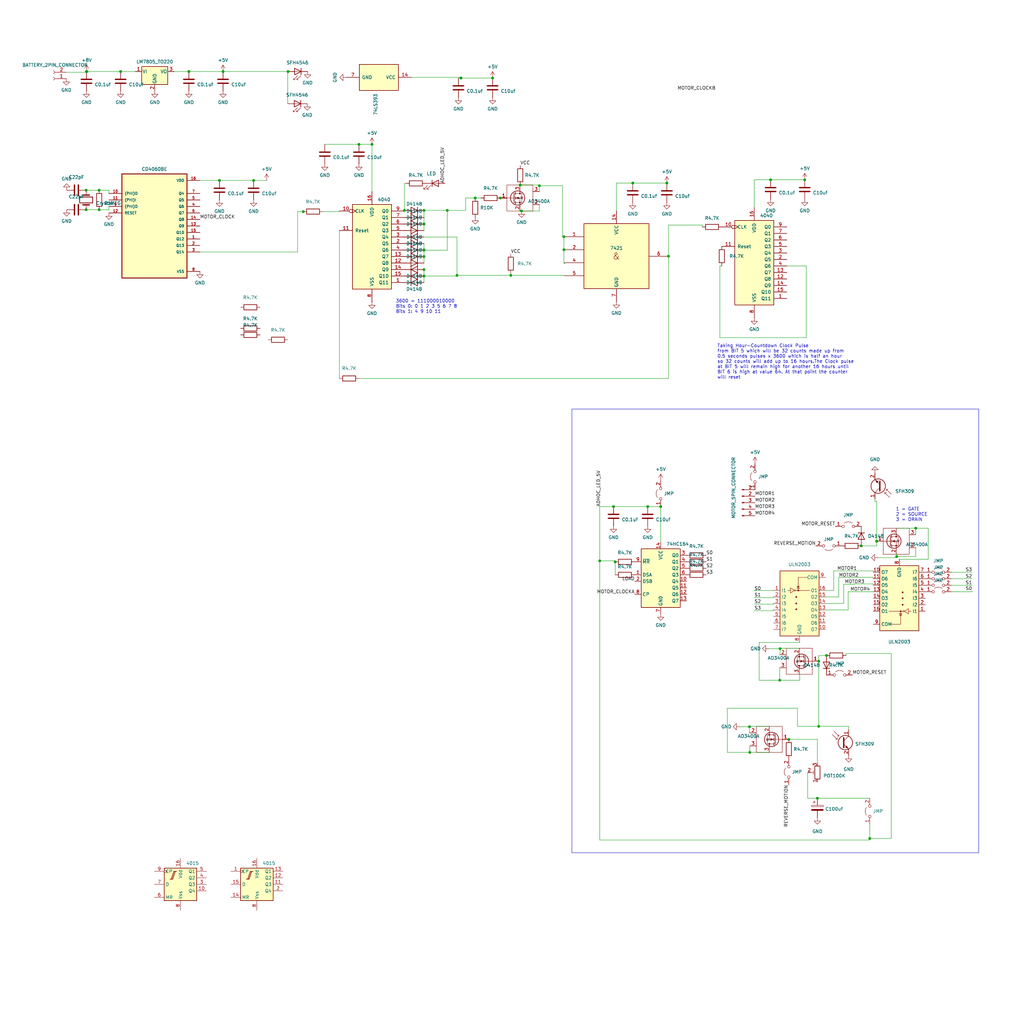
<source format=kicad_sch>
(kicad_sch (version 20230121) (generator eeschema)
  (paper "User" 399.999 399.999)
  (junction (at 550.799 52.197))
  (junction (at 165.608 100.203))
  (junction (at 292.872 293.8832))
  (junction (at 550.799 44.2226))
  (junction (at 247.142 71.501))
  (junction (at 322.834 256.032))
  (junction (at 558.7626 44.3028))
  (junction (at 33.8702 27.94))
  (junction (at 140.208 56.388))
  (junction (at 85.725 70.485))
  (junction (at 258.064 197.866))
  (junction (at 112.522 27.94))
  (junction (at 33.655 74.295))
  (junction (at 261.112 100.076))
  (junction (at 73.787 27.94))
  (junction (at 165.608 82.1888))
  (junction (at 87.122 27.94))
  (junction (at 203.1909 72.263))
  (junction (at 319.278 311.785))
  (junction (at 199.517 107.5624))
  (junction (at 342.4332 211.3816))
  (junction (at 33.782 27.94))
  (junction (at 203.708 82.423))
  (junction (at 165.608 87.503))
  (junction (at 252.984 197.866))
  (junction (at 240.284 219.456))
  (junction (at 145.288 56.388))
  (junction (at 339.725 327.5001))
  (junction (at 165.608 97.663))
  (junction (at 308.112 288.8032))
  (junction (at 234.2521 219.075))
  (junction (at 336.423 213.233))
  (junction (at 47.117 27.94))
  (junction (at 195.453 77.343))
  (junction (at 165.608 107.823))
  (junction (at 192.405 30.48))
  (junction (at 304.5479 265.6949))
  (junction (at 180.0567 30.48))
  (junction (at 319.7879 258.2681))
  (junction (at 165.608 97.7114))
  (junction (at 118.4737 82.6399))
  (junction (at 442.722 -80.7817))
  (junction (at 319.7879 283.718))
  (junction (at 157.988 82.1888))
  (junction (at 174.7043 82.1888))
  (junction (at 99.06 70.485))
  (junction (at 178.4983 107.5624))
  (junction (at 239.649 197.866))
  (junction (at 558.7626 62.484))
  (junction (at 350.2227 217.3794))
  (junction (at 210.693 72.5674))
  (junction (at 314.325 70.231))
  (junction (at 300.99 70.231))
  (junction (at 220.2675 97.536))
  (junction (at 185.62 77.343))
  (junction (at 357.6732 206.3016))
  (junction (at 38.735 74.295))
  (junction (at 563.2416 67.437))
  (junction (at 554.3616 44.2226))
  (junction (at 220.2675 92.456))
  (junction (at 260.477 71.501))
  (junction (at 292.7513 283.845))
  (junction (at 554.7548 57.1091))
  (junction (at 165.608 105.283))
  (junction (at 304.7102 253.365))
  (junction (at 342.4332 211.4175))
  (junction (at 38.735 81.915))
  (junction (at 513.334 60.452))
  (junction (at 33.655 81.915))
  (wire (pts (xy 33.8702 27.94) (xy 47.117 27.94)))
  (wire (pts (xy 502.666 52.7834) (xy 496.189 52.7834)))
  (wire (pts (xy 331.278 231.14) (xy 331.278 238.252)))
  (wire (pts (xy 348.0994 255.2634) (xy 330.454 255.2634)))
  (wire (pts (xy 339.725 327.5001) (xy 348.0994 327.5001)))
  (wire (pts (xy 314.9568 103.886) (xy 314.9568 131.8607)))
  (wire (pts (xy 178.4983 107.5624) (xy 178.4983 107.823)))
  (wire (pts (xy 73.787 27.94) (xy 87.122 27.94)))
  (wire (pts (xy 292.7513 283.845) (xy 292.7513 283.7232)))
  (wire (pts (xy 38.735 74.295) (xy 42.545 74.295)))
  (wire (pts (xy 569.976 67.437) (xy 569.976 67.564)))
  (wire (pts (xy 181.8725 82.1888) (xy 181.8725 77.3367)))
  (wire (pts (xy 312.293 250.952) (xy 296.5151 250.952)))
  (wire (pts (xy 550.799 67.437) (xy 563.2416 67.437)))
  (wire (pts (xy 294.64 235.966) (xy 302.133 235.966)))
  (wire (pts (xy 294.64 70.231) (xy 294.64 81.026)))
  (wire (pts (xy 292.7513 283.845) (xy 292.7513 286.2632)))
  (wire (pts (xy 234.2521 328.1106) (xy 339.725 328.1106)))
  (wire (pts (xy 296.5151 265.6949) (xy 304.5479 265.6949)))
  (wire (pts (xy 132.588 147.828) (xy 132.588 90.043)))
  (wire (pts (xy 350.2227 216.4616) (xy 350.0532 216.4616)))
  (wire (pts (xy 174.7043 82.1888) (xy 181.8725 82.1888)))
  (wire (pts (xy 371.602 223.52) (xy 379.73 223.52)))
  (wire (pts (xy 292.872 291.3432) (xy 292.872 293.8832)))
  (wire (pts (xy 362.585 206.3016) (xy 362.585 218.44)))
  (wire (pts (xy 199.517 107.5624) (xy 220.472 107.5624)))
  (wire (pts (xy 180.0567 30.48) (xy 192.405 30.48)))
  (wire (pts (xy 234.2521 219.075) (xy 234.2521 328.1106)))
  (wire (pts (xy 85.725 70.485) (xy 99.06 70.485)))
  (wire (pts (xy 327.6479 225.5085) (xy 341.122 225.5085)))
  (wire (pts (xy 315.468 301.752) (xy 315.468 311.785)))
  (wire (pts (xy 543.179 52.832) (xy 543.179 52.197)))
  (wire (pts (xy 25.908 28.194) (xy 33.782 28.194)))
  (wire (pts (xy 145.288 56.388) (xy 145.288 74.803)))
  (wire (pts (xy 219.7309 92.456) (xy 220.2675 92.456)))
  (wire (pts (xy 350.2227 216.4616) (xy 350.2227 217.3794)))
  (wire (pts (xy 304.7102 255.7281) (xy 304.5479 255.7281)))
  (wire (pts (xy 203.073 82.423) (xy 203.708 82.423)))
  (wire (pts (xy 333.756 228.092) (xy 341.122 228.092)))
  (wire (pts (xy 234.2521 197.866) (xy 234.2521 219.075)))
  (wire (pts (xy 558.7626 54.9734) (xy 558.7626 44.3028)))
  (wire (pts (xy 165.608 82.1888) (xy 174.7043 82.1888)))
  (wire (pts (xy 118.4737 82.6399) (xy 118.658 82.6399)))
  (wire (pts (xy 178.4983 92.583) (xy 178.4983 107.5624)))
  (wire (pts (xy 210.693 72.263) (xy 210.693 72.5674)))
  (wire (pts (xy 558.7626 44.3028) (xy 563.2416 44.3028)))
  (wire (pts (xy 281.1895 103.886) (xy 281.94 103.886)))
  (wire (pts (xy 185.62 77.3367) (xy 185.62 77.343)))
  (wire (pts (xy 261.112 87.8929) (xy 274.32 87.8929)))
  (wire (pts (xy 342.4332 211.4175) (xy 342.4332 211.3816)))
  (wire (pts (xy 538.734 60.452) (xy 541.909 60.452)))
  (wire (pts (xy 165.608 97.7114) (xy 165.608 100.203)))
  (wire (pts (xy 329.5302 235.712) (xy 329.5302 228.1974)))
  (wire (pts (xy 543.179 57.912) (xy 543.179 62.357)))
  (wire (pts (xy 558.7626 62.357) (xy 558.7626 62.484)))
  (wire (pts (xy 210.693 72.5674) (xy 219.7309 72.5674)))
  (wire (pts (xy 160.655 30.226) (xy 180.0567 30.226)))
  (wire (pts (xy 220.2675 97.536) (xy 220.2675 102.9396)))
  (wire (pts (xy 165.608 97.663) (xy 165.608 97.7114)))
  (wire (pts (xy 304.7102 253.1881) (xy 304.7102 253.365)))
  (wire (pts (xy 327.6479 233.172) (xy 327.6479 225.5085)))
  (wire (pts (xy 132.588 82.6399) (xy 132.588 82.423)))
  (wire (pts (xy 210.693 79.883) (xy 210.693 82.423)))
  (wire (pts (xy 339.725 328.1106) (xy 339.725 327.5001)))
  (wire (pts (xy 157.988 82.1888) (xy 157.988 82.423)))
  (wire (pts (xy 304.7102 253.365) (xy 304.7102 255.7281)))
  (wire (pts (xy 239.649 197.866) (xy 252.984 197.866)))
  (wire (pts (xy 33.782 27.94) (xy 33.8702 27.94)))
  (wire (pts (xy 541.909 60.452) (xy 541.909 67.437)))
  (wire (pts (xy 550.799 44.2226) (xy 554.3616 44.2226)))
  (wire (pts (xy 541.909 67.437) (xy 543.179 67.437)))
  (wire (pts (xy 261.112 147.828) (xy 140.208 147.828)))
  (wire (pts (xy 319.278 288.8032) (xy 319.278 297.942)))
  (wire (pts (xy 350.0532 206.3016) (xy 357.6732 206.3016)))
  (wire (pts (xy 261.112 100.076) (xy 261.112 147.828)))
  (wire (pts (xy 513.334 52.832) (xy 496.189 52.832)))
  (wire (pts (xy 558.7626 62.484) (xy 558.7626 62.5934)))
  (wire (pts (xy 502.666 50.165) (xy 502.666 52.7834)))
  (wire (pts (xy 112.522 27.559) (xy 112.522 27.94)))
  (wire (pts (xy 569.976 52.197) (xy 569.976 52.324)))
  (wire (pts (xy 348.0994 327.5001) (xy 348.0994 255.2634)))
  (wire (pts (xy 284.1048 293.8832) (xy 284.1048 276.6623)))
  (wire (pts (xy 325.6312 223.012) (xy 341.122 223.012)))
  (wire (pts (xy 78.105 98.425) (xy 116.2295 98.425)))
  (wire (pts (xy 294.64 233.426) (xy 302.133 233.426)))
  (wire (pts (xy 329.5302 228.1974) (xy 333.756 228.1974)))
  (wire (pts (xy 319.7879 256.032) (xy 322.834 256.032)))
  (wire (pts (xy 220.2675 97.536) (xy 220.472 97.536)))
  (wire (pts (xy 300.355 253.365) (xy 304.7102 253.365)))
  (wire (pts (xy 371.602 228.6) (xy 379.73 228.6)))
  (wire (pts (xy 357.6732 208.8775) (xy 357.6732 206.3016)))
  (wire (pts (xy 302.133 230.632) (xy 294.64 230.632)))
  (wire (pts (xy 550.799 44.2226) (xy 550.799 44.577)))
  (wire (pts (xy 322.453 233.172) (xy 327.6479 233.172)))
  (wire (pts (xy 341.122 223.012) (xy 341.122 223.52)))
  (wire (pts (xy 308.112 288.8032) (xy 319.278 288.8032)))
  (wire (pts (xy 178.4983 107.823) (xy 165.608 107.823)))
  (wire (pts (xy 292.7513 286.2632) (xy 292.872 286.2632)))
  (wire (pts (xy 558.7626 44.3028) (xy 554.3616 44.3028)))
  (wire (pts (xy 78.105 70.485) (xy 85.725 70.485)))
  (wire (pts (xy 312.3781 263.3481) (xy 312.1679 263.3481)))
  (wire (pts (xy 99.06 70.485) (xy 104.14 70.485)))
  (wire (pts (xy 331.278 231.14) (xy 341.122 231.14)))
  (wire (pts (xy 247.142 71.501) (xy 260.477 71.501)))
  (wire (pts (xy 563.2416 67.437) (xy 569.976 67.437)))
  (wire (pts (xy 178.4983 107.5624) (xy 199.517 107.5624)))
  (wire (pts (xy 319.7879 258.2681) (xy 319.7879 283.718)))
  (wire (pts (xy 165.608 92.583) (xy 178.4983 92.583)))
  (wire (pts (xy 210.693 82.423) (xy 203.708 82.423)))
  (wire (pts (xy 234.2521 219.075) (xy 240.284 219.075)))
  (wire (pts (xy 563.2416 67.437) (xy 563.2416 67.5635)))
  (wire (pts (xy 304.5479 260.8081) (xy 304.5479 265.6949)))
  (wire (pts (xy 220.472 107.5624) (xy 220.472 107.696)))
  (wire (pts (xy 341.122 228.092) (xy 341.122 228.6)))
  (wire (pts (xy 126.873 56.388) (xy 140.208 56.388)))
  (wire (pts (xy 496.189 52.7834) (xy 496.189 52.832)))
  (wire (pts (xy 319.7879 256.032) (xy 319.7879 258.2681)))
  (wire (pts (xy 281.1895 131.8607) (xy 281.1895 103.886)))
  (wire (pts (xy 292.872 293.8832) (xy 300.492 293.8832)))
  (wire (pts (xy 165.735 84.836) (xy 165.608 84.836)))
  (wire (pts (xy 341.757 195.8373) (xy 341.757 194.945)))
  (wire (pts (xy 112.395 27.559) (xy 112.395 40.513)))
  (wire (pts (xy 247.142 71.501) (xy 240.792 71.501)))
  (wire (pts (xy 554.3616 44.3028) (xy 554.3616 44.2226)))
  (wire (pts (xy 302.133 233.426) (xy 302.133 233.172)))
  (wire (pts (xy 157.988 71.628) (xy 157.988 82.1888)))
  (wire (pts (xy 240.792 71.501) (xy 240.792 82.296)))
  (wire (pts (xy 302.133 238.506) (xy 302.133 238.252)))
  (wire (pts (xy 47.117 27.94) (xy 52.832 27.94)))
  (wire (pts (xy 181.8725 77.3367) (xy 185.62 77.3367)))
  (wire (pts (xy 538.734 52.832) (xy 543.179 52.832)))
  (wire (pts (xy 284.1048 276.6623) (xy 311.499 276.6623)))
  (wire (pts (xy 341.122 225.5085) (xy 341.122 226.06)))
  (wire (pts (xy 304.7102 253.1881) (xy 312.1679 253.1881)))
  (wire (pts (xy 330.454 255.2634) (xy 330.454 256.032)))
  (wire (pts (xy 165.608 95.123) (xy 165.608 97.663)))
  (wire (pts (xy 550.799 62.357) (xy 558.7626 62.357)))
  (wire (pts (xy 165.735 105.156) (xy 165.608 105.156)))
  (wire (pts (xy 87.122 27.94) (xy 112.522 27.94)))
  (wire (pts (xy 252.984 197.866) (xy 258.064 197.866)))
  (wire (pts (xy 554.7548 57.277) (xy 554.7548 57.1091)))
  (wire (pts (xy 258.064 197.866) (xy 258.064 211.836)))
  (wire (pts (xy 240.284 219.075) (xy 240.284 219.456)))
  (wire (pts (xy 292.7513 283.7232) (xy 300.492 283.7232)))
  (wire (pts (xy 538.734 55.372) (xy 543.179 55.372)))
  (wire (pts (xy 331.47 283.718) (xy 331.47 284.988)))
  (wire (pts (xy 158.623 71.628) (xy 157.988 71.628)))
  (wire (pts (xy 199.517 107.5624) (xy 199.517 106.807)))
  (wire (pts (xy 322.453 230.632) (xy 325.6312 230.632)))
  (wire (pts (xy 180.0567 30.226) (xy 180.0567 30.48)))
  (wire (pts (xy 550.799 40.9037) (xy 550.799 44.2226)))
  (wire (pts (xy 550.799 52.197) (xy 569.976 52.197)))
  (wire (pts (xy 220.2675 92.456) (xy 220.2675 97.536)))
  (wire (pts (xy 319.7879 283.718) (xy 331.47 283.718)))
  (wire (pts (xy 203.073 72.263) (xy 203.1909 72.263)))
  (wire (pts (xy 240.284 219.456) (xy 240.284 224.536)))
  (wire (pts (xy 300.99 70.231) (xy 294.64 70.231)))
  (wire (pts (xy 339.725 327.5001) (xy 339.725 321.945)))
  (wire (pts (xy 322.453 235.712) (xy 329.5302 235.712)))
  (wire (pts (xy 165.608 100.203) (xy 165.608 102.743)))
  (wire (pts (xy 179.07 30.48) (xy 180.0567 30.48)))
  (wire (pts (xy 357.6732 206.3016) (xy 362.585 206.3016)))
  (wire (pts (xy 116.2295 82.6399) (xy 118.4737 82.6399)))
  (wire (pts (xy 165.608 84.836) (xy 165.608 82.1888)))
  (wire (pts (xy 554.7548 57.1091) (xy 569.976 57.1091)))
  (wire (pts (xy 550.799 57.277) (xy 554.7548 57.277)))
  (wire (pts (xy 165.608 97.7114) (xy 174.7043 97.7114)))
  (wire (pts (xy 302.133 235.966) (xy 302.133 235.712)))
  (wire (pts (xy 315.468 311.785) (xy 319.278 311.785)))
  (wire (pts (xy 311.499 283.718) (xy 319.7879 283.718)))
  (wire (pts (xy 300.99 70.231) (xy 314.325 70.231)))
  (wire (pts (xy 220.2675 92.456) (xy 220.472 92.456)))
  (wire (pts (xy 322.453 238.252) (xy 331.278 238.252)))
  (wire (pts (xy 126.0937 82.6399) (xy 132.588 82.6399)))
  (wire (pts (xy 33.655 81.915) (xy 38.735 81.915)))
  (wire (pts (xy 274.32 87.8929) (xy 274.32 88.646)))
  (wire (pts (xy 333.756 228.1974) (xy 333.756 228.092)))
  (wire (pts (xy 294.64 238.506) (xy 302.133 238.506)))
  (wire (pts (xy 219.7309 72.5674) (xy 219.7309 92.456)))
  (wire (pts (xy 311.499 276.6623) (xy 311.499 283.718)))
  (wire (pts (xy 563.2416 59.9435) (xy 563.2416 44.3028)))
  (wire (pts (xy 165.608 105.283) (xy 165.608 107.823)))
  (wire (pts (xy 304.5479 265.6949) (xy 312.3781 265.6949)))
  (wire (pts (xy 42.545 74.295) (xy 42.545 75.565)))
  (wire (pts (xy 543.179 55.372) (xy 543.179 57.277)))
  (wire (pts (xy 307.34 103.886) (xy 314.9568 103.886)))
  (wire (pts (xy 554.3616 44.2226) (xy 554.7548 44.2226)))
  (wire (pts (xy 319.278 311.785) (xy 339.725 311.785)))
  (wire (pts (xy 203.1909 72.263) (xy 210.693 72.263)))
  (wire (pts (xy 342.9 217.805) (xy 350.2227 217.805)))
  (wire (pts (xy 112.395 27.559) (xy 112.522 27.559)))
  (wire (pts (xy 288.925 283.845) (xy 292.7513 283.845)))
  (wire (pts (xy 294.64 230.632) (xy 294.64 230.886)))
  (wire (pts (xy 116.2295 98.425) (xy 116.2295 82.6399)))
  (wire (pts (xy 68.072 27.94) (xy 73.787 27.94)))
  (wire (pts (xy 220.2675 102.9396) (xy 220.472 102.9396)))
  (wire (pts (xy 38.735 81.915) (xy 42.545 81.915)))
  (wire (pts (xy 33.782 28.194) (xy 33.782 27.94)))
  (wire (pts (xy 554.7548 44.2226) (xy 554.7548 49.4891)))
  (wire (pts (xy 165.608 84.963) (xy 165.608 87.503)))
  (wire (pts (xy 165.608 87.503) (xy 165.608 90.043)))
  (wire (pts (xy 42.545 81.915) (xy 42.545 80.645)))
  (wire (pts (xy 314.9568 131.8607) (xy 281.1895 131.8607)))
  (wire (pts (xy 379.73 231.14) (xy 379.73 230.886)))
  (wire (pts (xy 336.423 213.233) (xy 342.4332 213.233)))
  (wire (pts (xy 185.62 77.343) (xy 187.833 77.343)))
  (wire (pts (xy 234.2521 197.866) (xy 239.649 197.866)))
  (wire (pts (xy 350.2227 217.3794) (xy 350.2227 217.805)))
  (wire (pts (xy 538.734 57.912) (xy 543.179 57.912)))
  (wire (pts (xy 165.608 105.156) (xy 165.608 105.283)))
  (wire (pts (xy 261.112 100.076) (xy 261.112 87.8929)))
  (wire (pts (xy 558.7626 62.484) (xy 569.976 62.484)))
  (wire (pts (xy 284.1048 293.8832) (xy 292.872 293.8832)))
  (wire (pts (xy 210.693 72.5674) (xy 210.693 74.803)))
  (wire (pts (xy 140.208 56.388) (xy 145.288 56.388)))
  (wire (pts (xy 312.3781 265.6949) (xy 312.3781 263.3481)))
  (wire (pts (xy 33.655 74.295) (xy 38.735 74.295)))
  (wire (pts (xy 220.472 102.9396) (xy 220.472 102.616)))
  (wire (pts (xy 325.6312 230.632) (xy 325.6312 223.012)))
  (wire (pts (xy 569.976 57.1091) (xy 569.976 57.404)))
  (wire (pts (xy 165.608 107.823) (xy 165.608 110.363)))
  (wire (pts (xy 342.4332 211.3816) (xy 342.4332 195.8373)))
  (wire (pts (xy 342.4332 213.233) (xy 342.4332 211.4175)))
  (wire (pts (xy 371.602 226.06) (xy 379.73 226.06)))
  (wire (pts (xy 357.6732 217.3794) (xy 357.6732 213.9575)))
  (wire (pts (xy 362.585 218.44) (xy 351.282 218.44)))
  (wire (pts (xy 174.7043 82.1888) (xy 174.7043 97.7114)))
  (wire (pts (xy 496.189 84.582) (xy 407.924 84.582)))
  (wire (pts (xy 350.2227 217.3794) (xy 357.6732 217.3794)))
  (wire (pts (xy 296.5151 250.952) (xy 296.5151 265.6949)))
  (wire (pts (xy 371.602 231.14) (xy 379.73 231.14)))
  (wire (pts (xy 342.4332 195.8373) (xy 341.757 195.8373)))
  (rectangle (start 223.393 159.766) (end 382.27 333.121))
  (text "Taking Hour-Countdown Clock Pulse\nfrom BIT 5 which will be 32 counts made up from \n0.5 seconds pulses x 3600 which is half an hour \nso 32 counts will add up to 16 hours.The Clock pulse\nat BIT 5 will remain high for another 16 hours until\nBIT 6 is high at value 64. At that point the counter \nwill reset " (at 280.162 148.209 0) (effects (font (size 1.27 1.27)) (justify left bottom)))
  (text "1 = GATE\n2 = SOURCE\n3 = DRAIN" (at 349.885 203.835 0) (effects (font (size 1.27 1.27)) (justify left bottom)))
  (text "3600 = 111000010000\nBits 0: 0 1 2 3 5 6 7 8\nBits 1: 4 9 10 11" (at 154.559 122.555 0) (effects (font (size 1.27 1.27)) (justify left bottom)))
  (label "S0" (at 294.64 230.886 0))
  (label "MOTOR_CLOCK" (at 78.105 85.725 0))
  (label "S0" (at 379.73 230.886 180))
  (label "MOTOR2" (at 327.6479 225.6429 0))
  (label "ADHOC_LED_5V" (at 234.8282 197.866 90))
  (label "VCC" (at 199.517 99.187 0))
  (label "S3" (at 275.844 224.536 0))
  (label "S1" (at 379.73 228.6 180))
  (label "MOTOR1" (at 326.9757 223.012 0))
  (label "MOTOR4" (at 294.894 201.422 0))
  (label "REVERSE_MOTION" (at 318.643 213.233 180))
  (label "MOTOR_CLOCKB" (at 279.527 35.433 180))
  (label "LOAD" (at 475.742 -96.0217 0))
  (label "ADHOC_LED_5V" (at 173.863 71.628 90))
  (label "S0" (at 275.844 216.916 0))
  (label "MOTOR3" (at 294.894 198.882 0))
  (label "MOTOR1" (at 294.894 193.802 0))
  (label "S1" (at 294.64 233.426 0))
  (label "S1" (at 275.844 219.456 0))
  (label "MOTOR4" (at 332.105 231.14 0))
  (label "AND_VCC" (at 590.296 42.164 180))
  (label "LOAD" (at 247.904 227.076 180))
  (label "MOTOR_RESET" (at 326.263 205.613 180))
  (label "S2" (at 379.73 226.06 180))
  (label "MOTOR3" (at 329.9335 228.1974 0))
  (label "S3" (at 379.73 223.52 180))
  (label "REVERSE_MOTION" (at 509.143 59.436 0))
  (label "S2" (at 275.844 221.996 0))
  (label "S2" (at 294.64 235.966 0))
  (label "MOTOR_RESET" (at 332.994 263.652 0))
  (label "MOTOR_CLOCKA" (at 247.904 232.156 180))
  (label "VCC" (at 203.1909 64.643 0))
  (label "REVERSE_MOTION" (at 308.112 306.5832 270))
  (label "MOTOR2" (at 294.894 196.342 0))
  (label "S3" (at 294.64 238.506 0))
  (symbol (lib_id "Device:R") (at 199.517 102.997 180) (unit 1)
    (property "Reference" "R4" (effects hide))
    (property "Value" "R4.7K" (at 202.057 102.997 0) (effects (justify right)))
    (property "Footprint" "Resistor_THT:R_Axial_DIN0207_L6.3mm_D2.5mm_P10.16mm_Horizontal" (effects hide))
  )
  (symbol (lib_id "power:+5V") (at 260.477 71.501 0) (unit 1)
    (property "Reference" "#PWR018" (effects hide))
    (property "Value" "+5V" (at 260.477 67.056 0))
  )
  (symbol (lib_id "power:GND") (at 120.142 27.94 0) (unit 1)
    (property "Reference" "#PWR057" (effects hide))
    (property "Value" "GND" (at 120.142 32.3624 0))
  )
  (symbol (lib_id "Device:R") (at 272.034 221.996 270) (unit 1)
    (property "Reference" "R24" (effects hide))
    (property "Value" "R4.7K" (at 272.034 219.202 90))
    (property "Footprint" "Resistor_THT:R_Axial_DIN0207_L6.3mm_D2.5mm_P10.16mm_Horizontal" (effects hide))
  )
  (symbol (lib_id "Device:R") (at 97.79 120.015 270) (unit 1)
    (property "Reference" "R7" (effects hide))
    (property "Value" "R4.7K" (at 97.79 116.205 90))
    (property "Footprint" "Resistor_THT:R_Axial_DIN0207_L6.3mm_D2.5mm_P10.16mm_Horizontal" (effects hide))
  )
  (symbol (lib_id "4xxx:4040") (at 145.288 95.123 0) (unit 1)
    (property "Reference" "U1" (effects hide))
    (property "Value" "4040" (at 147.4821 77.978 0) (effects (justify left)))
    (property "Footprint" "Package_DIP:DIP-16_W7.62mm" (effects hide))
    (property "Datasheet" "http://www.intersil.com/content/dam/Intersil/documents/cd40/cd4020bms-24bms-40bms.pdf" (effects hide))
  )
  (symbol (lib_id "power:GND") (at 179.07 38.1 0) (unit 1)
    (property "Reference" "#PWR052" (effects hide))
    (property "Value" "GND" (at 179.07 42.5224 0))
  )
  (symbol (lib_id "Jumper:Jumper_2_Open") (at 331.343 205.613 0) (unit 1)
    (property "Reference" "JP15" (effects hide))
    (property "Value" "JMP" (at 331.343 201.168 0))
    (property "Footprint" "Library:Jumper" (effects hide))
  )
  (symbol (lib_id "power:+5V") (at 314.325 70.231 0) (unit 1)
    (property "Reference" "#PWR023" (effects hide))
    (property "Value" "+5V" (at 314.325 65.786 0))
  )
  (symbol (lib_id "Device:R") (at 122.2837 82.6399 270) (unit 1)
    (property "Reference" "R33" (effects hide))
    (property "Value" "R4.7K" (at 122.2837 78.8299 90))
    (property "Footprint" "Resistor_THT:R_Axial_DIN0207_L6.3mm_D2.5mm_P10.16mm_Horizontal" (effects hide))
  )
  (symbol (lib_id "power:GND") (at 26.035 74.295 180) (unit 1)
    (property "Reference" "#PWR024" (effects hide))
    (property "Value" "GND" (at 26.035 69.85 0))
  )
  (symbol (lib_id "Device:LED") (at 563.2416 63.7535 270) (unit 1)
    (property "Reference" "D17" (effects hide))
    (property "Value" "LED" (at 565.7816 62.166 90) (effects (justify left)))
    (property "Footprint" "LED_THT:LED_D3.0mm" (effects hide))
  )
  (symbol (lib_id "Device:R") (at 546.989 62.357 90) (unit 1)
    (property "Reference" "R16" (effects hide))
    (property "Value" "R4.7K" (at 546.989 58.547 90))
    (property "Footprint" "Resistor_THT:R_Axial_DIN0207_L6.3mm_D2.5mm_P10.16mm_Horizontal" (effects hide))
  )
  (symbol (lib_id "power:GND") (at 99.06 78.105 0) (unit 1)
    (property "Reference" "#PWR031" (effects hide))
    (property "Value" "GND" (at 99.06 82.5274 0))
  )
  (symbol (lib_id "74xx:74HC164") (at 258.064 224.536 0) (unit 1)
    (property "Reference" "U4" (effects hide))
    (property "Value" "74HC164" (at 260.2581 212.471 0) (effects (justify left)))
    (property "Footprint" "Package_DIP:DIP-14_W7.62mm_Socket" (effects hide))
    (property "Datasheet" "https://assets.nexperia.com/documents/data-sheet/74HC_HCT164.pdf" (effects hide))
  )
  (symbol (lib_id "power:GND") (at 479.552 -62.865 180) (unit 1)
    (property "Reference" "#PWR059" (effects hide))
    (property "Value" "GND" (at 479.552 -67.2874 0))
  )
  (symbol (lib_id "Device:R") (at 546.989 57.277 270) (unit 1)
    (property "Reference" "R15" (effects hide))
    (property "Value" "R4.7K" (at 546.989 53.8933 90))
    (property "Footprint" "Resistor_THT:R_Axial_DIN0207_L6.3mm_D2.5mm_P10.16mm_Horizontal" (effects hide))
  )
  (symbol (lib_id "Device:C") (at 239.649 201.676 0) (unit 1)
    (property "Reference" "C18" (effects hide))
    (property "Value" "C0.1uf" (at 242.824 202.946 0) (effects (justify left)))
    (property "Footprint" "Capacitor_THT:C_Disc_D5.0mm_W2.5mm_P2.50mm" (effects hide))
  )
  (symbol (lib_id "Device:C") (at 126.873 60.198 0) (unit 1)
    (property "Reference" "C7" (effects hide))
    (property "Value" "C0.1uf" (at 130.048 61.468 0) (effects (justify left)))
    (property "Footprint" "Capacitor_THT:C_Disc_D5.0mm_W2.5mm_P2.50mm" (effects hide))
  )
  (symbol (lib_id "power:GND") (at 590.296 77.724 0) (unit 1)
    (property "Reference" "#PWR021" (effects hide))
    (property "Value" "GND" (at 590.296 82.1464 0))
  )
  (symbol (lib_id "power:GND") (at 140.208 64.008 0) (unit 1)
    (property "Reference" "#PWR07" (effects hide))
    (property "Value" "GND" (at 140.208 68.4304 0))
  )
  (symbol (lib_id "Device:C") (at 29.845 81.915 270) (unit 1)
    (property "Reference" "C25" (effects hide))
    (property "Value" "C22pF" (at 29.845 76.835 90))
  )
  (symbol (lib_id "Jumper:Jumper_2_Open") (at 366.522 231.14 0) (unit 1)
    (property "Reference" "JP13" (effects hide))
    (property "Value" "JMP" (at 366.522 226.695 0))
    (property "Footprint" "Library:Jumper" (effects hide))
  )
  (symbol (lib_id "Device:C") (at 260.477 75.311 0) (unit 1)
    (property "Reference" "C10" (effects hide))
    (property "Value" "C10uf" (at 263.652 76.581 0) (effects (justify left)))
    (property "Footprint" "Capacitor_THT:C_Radial_D6.3mm_H5.0mm_P2.50mm" (effects hide))
  )
  (symbol (lib_id "Transistor_FET:AO3400A") (at 303.032 288.8032 180) (unit 1)
    (property "Reference" "Q4" (effects hide))
    (property "Value" "AO3400A" (at 296.682 287.5332 0) (effects (justify left)))
    (property "Footprint" "Package_TO_SOT_SMD:SOT-23" (effects hide))
    (property "Datasheet" "http://www.aosmd.com/pdfs/datasheet/AO3400A.pdf" (effects hide))
  )
  (symbol (lib_id "power:GND") (at 240.792 117.856 0) (unit 1)
    (property "Reference" "#PWR012" (effects hide))
    (property "Value" "GND" (at 240.792 122.2784 0))
  )
  (symbol (lib_id "power:GND") (at 341.757 184.785 180) (unit 1)
    (property "Reference" "#PWR050" (effects hide))
    (property "Value" "GND" (at 341.757 179.451 0))
  )
  (symbol (lib_id "Device:R") (at 97.79 130.81 270) (unit 1)
    (property "Reference" "R9" (effects hide))
    (property "Value" "R4.7K" (at 97.79 127 90))
    (property "Footprint" "Resistor_THT:R_Axial_DIN0207_L6.3mm_D2.5mm_P10.16mm_Horizontal" (effects hide))
  )
  (symbol (lib_id "Device:R") (at 272.034 219.456 270) (unit 1)
    (property "Reference" "R23" (effects hide))
    (property "Value" "R4.7K" (at 272.034 216.662 90))
    (property "Footprint" "Resistor_THT:R_Axial_DIN0207_L6.3mm_D2.5mm_P10.16mm_Horizontal" (effects hide))
  )
  (symbol (lib_id "Device:LED") (at 554.7548 53.2991 270) (unit 1)
    (property "Reference" "D15" (effects hide))
    (property "Value" "LED" (at 557.2948 51.7116 90) (effects (justify left)))
    (property "Footprint" "LED_THT:LED_D3.0mm" (effects hide))
  )
  (symbol (lib_id "Device:C") (at 438.912 -80.7817 90) (unit 1)
    (property "Reference" "C20" (effects hide))
    (property "Value" "C0.1uf" (at 438.912 -85.8617 90))
    (property "Footprint" "Capacitor_THT:C_Disc_D5.0mm_W2.5mm_P2.50mm" (effects hide))
  )
  (symbol (lib_id "power:GND") (at 60.452 35.56 0) (unit 1)
    (property "Reference" "#PWR01" (effects hide))
    (property "Value" "GND" (at 60.452 39.9824 0))
  )
  (symbol (lib_id "power:+5V") (at 435.102 -80.7817 180) (unit 1)
    (property "Reference" "#PWR039" (effects hide))
    (property "Value" "+5V" (at 435.102 -76.3367 0))
  )
  (symbol (lib_id "power:GND") (at 258.064 239.776 0) (unit 1)
    (property "Reference" "#PWR037" (effects hide))
    (property "Value" "GND" (at 258.064 244.1984 0))
  )
  (symbol (lib_id "Device:LED") (at 558.7626 58.7834 270) (unit 1)
    (property "Reference" "D16" (effects hide))
    (property "Value" "LED" (at 561.3026 57.1959 90) (effects (justify left)))
    (property "Footprint" "LED_THT:LED_D3.0mm" (effects hide))
  )
  (symbol (lib_id "Device:R") (at 203.1909 68.453 180) (unit 1)
    (property "Reference" "R18" (effects hide))
    (property "Value" "R4.7K" (at 204.9689 68.453 0) (effects (justify right)))
    (property "Footprint" "Resistor_THT:R_Axial_DIN0207_L6.3mm_D2.5mm_P10.16mm_Horizontal" (effects hide))
  )
  (symbol (lib_id "power:+8V") (at 33.8702 27.94 0) (unit 1)
    (property "Reference" "#PWR015" (effects hide))
    (property "Value" "+8V" (at 33.8702 23.5268 0))
  )
  (symbol (lib_id "Connector:Conn_01x05_Pin") (at 289.814 196.342 0) (unit 1)
    (property "Reference" "J1" (effects hide))
    (property "Value" "MOTOR_5PIN_CONNECTOR" (at 286.512 190.5 90))
    (property "Footprint" "Connector_PinSocket_2.54mm:PinSocket_1x05_P2.54mm_Vertical" (effects hide))
  )
  (symbol (lib_id "Device:R") (at 471.932 -85.8617 90) (unit 1)
    (property "Reference" "R28" (effects hide))
    (property "Value" "R4.7K" (at 471.932 -89.4177 90))
    (property "Footprint" "Resistor_THT:R_Axial_DIN0207_L6.3mm_D2.5mm_P10.16mm_Horizontal" (effects hide))
  )
  (symbol (lib_id "Connector:Conn_01x02_Socket") (at 20.828 30.734 180) (unit 1)
    (property "Reference" "J3" (effects hide))
    (property "Value" "BATTERY_2PIN_CONNECTOR" (at 21.463 25.4 0))
    (property "Footprint" "Connector_PinSocket_2.54mm:PinSocket_1x02_P2.54mm_Vertical" (effects hide))
  )
  (symbol (lib_id "Device:R") (at 38.735 78.105 0) (unit 1)
    (property "Reference" "R6" (effects hide))
    (property "Value" "R1MEG" (at 40.64 79.375 0) (effects (justify left)))
  )
  (symbol (lib_id "power:+5V") (at 258.064 187.706 0) (unit 1)
    (property "Reference" "#PWR036" (effects hide))
    (property "Value" "+5V" (at 258.064 183.261 0))
  )
  (symbol (lib_id "Jumper:Jumper_2_Open") (at 502.666 37.465 90) (unit 1)
    (property "Reference" "JP6" (effects hide))
    (property "Value" "JMP" (at 503.936 37.465 90) (effects (justify right)))
    (property "Footprint" "Library:Jumper" (effects hide))
  )
  (symbol (lib_id "power:GND") (at 294.64 124.206 0) (unit 1)
    (property "Reference" "#PWR027" (effects hide))
    (property "Value" "GND" (at 294.64 128.6284 0))
  )
  (symbol (lib_id "Device:R") (at 546.989 67.437 90) (unit 1)
    (property "Reference" "R17" (effects hide))
    (property "Value" "R4.7K" (at 546.989 63.627 90))
    (property "Footprint" "Resistor_THT:R_Axial_DIN0207_L6.3mm_D2.5mm_P10.16mm_Horizontal" (effects hide))
  )
  (symbol (lib_id "74xx_IEEE:7421") (at 590.296 59.944 0) (unit 2)
    (property "Reference" "U2" (effects hide))
    (property "Value" "7421" (at 590.169 55.372 0))
    (property "Footprint" "Package_DIP:DIP-14_W7.62mm_Socket" (effects hide))
  )
  (symbol (lib_id "power:+5V") (at 294.894 181.102 0) (unit 1)
    (property "Reference" "#PWR042" (effects hide))
    (property "Value" "+5V" (at 294.894 176.657 0))
  )
  (symbol (lib_id "Device:R") (at 136.398 147.828 270) (unit 1)
    (property "Reference" "R3" (effects hide))
    (property "Value" "R4.7K" (at 136.398 143.891 90))
    (property "Footprint" "Resistor_THT:R_Axial_DIN0207_L6.3mm_D2.5mm_P10.16mm_Horizontal" (effects hide))
  )
  (symbol (lib_id "power:GND") (at 203.708 82.423 0) (unit 1)
    (property "Reference" "#PWR011" (effects hide))
    (property "Value" "GND" (at 203.708 86.8454 0))
  )
  (symbol (lib_id "power:GND") (at 120.015 40.513 0) (unit 1)
    (property "Reference" "#PWR056" (effects hide))
    (property "Value" "GND" (at 120.015 44.9354 0))
  )
  (symbol (lib_id "New_Library:SMD_2_DIP") (at 312.1679 258.2681 180) (unit 1)
    (property "Reference" "SMD_2_DIP3" (effects hide))
    (property "Value" "~" (at 312.1679 258.2681 0))
    (property "Footprint" "Library:SMD_2_DIP" (effects hide))
  )
  (symbol (lib_id "Transistor_Array:ULN2003") (at 312.293 235.712 0) (unit 1)
    (property "Reference" "U6" (effects hide))
    (property "Value" "ULN2003" (at 312.293 220.472 0))
    (property "Footprint" "Package_DIP:DIP-16_W7.62mm_Socket" (effects hide))
    (property "Datasheet" "http://www.ti.com/lit/ds/symlink/uln2003a.pdf" (effects hide))
  )
  (symbol (lib_id "Device:R") (at 272.034 224.536 90) (unit 1)
    (property "Reference" "R25" (effects hide))
    (property "Value" "R4.7K" (at 272.034 220.726 90))
    (property "Footprint" "Resistor_THT:R_Axial_DIN0207_L6.3mm_D2.5mm_P10.16mm_Horizontal" (effects hide))
  )
  (symbol (lib_id "Device:C") (at 140.208 60.198 0) (unit 1)
    (property "Reference" "C8" (effects hide))
    (property "Value" "C10uf" (at 143.383 61.468 0) (effects (justify left)))
    (property "Footprint" "Capacitor_THT:C_Radial_D6.3mm_H5.0mm_P2.50mm" (effects hide))
  )
  (symbol (lib_id "Device:C") (at 85.725 74.295 0) (unit 1)
    (property "Reference" "C26" (effects hide))
    (property "Value" "C0.1uf" (at 88.9 75.565 0) (effects (justify left)))
    (property "Footprint" "Capacitor_THT:C_Disc_D5.0mm_W2.5mm_P2.50mm" (effects hide))
  )
  (symbol (lib_id "LED:SFH4546") (at 114.935 40.513 180) (unit 1)
    (property "Reference" "D13" (effects hide))
    (property "Value" "SFH4546" (at 116.078 37.084 0))
    (property "Footprint" "LED_THT:LED_D5.0mm_IRGrey" (effects hide))
    (property "Datasheet" "http://www.osram-os.com/Graphics/XPic1/00101982_0.pdf" (effects hide))
  )
  (symbol (lib_id "power:GND") (at 314.325 77.851 0) (unit 1)
    (property "Reference" "#PWR026" (effects hide))
    (property "Value" "GND" (at 314.325 82.2734 0))
  )
  (symbol (lib_id "power:GND") (at 85.725 78.105 0) (unit 1)
    (property "Reference" "#PWR028" (effects hide))
    (property "Value" "GND" (at 85.725 82.5274 0))
  )
  (symbol (lib_id "power:+5V") (at 192.405 30.48 0) (unit 1)
    (property "Reference" "#PWR053" (effects hide))
    (property "Value" "+5V" (at 192.405 26.035 0))
  )
  (symbol (lib_id "Sensor_Optical:SFH309") (at 344.297 189.865 180) (unit 1)
    (property "Reference" "Q6" (effects hide))
    (property "Value" "SFH309" (at 349.631 191.8843 0) (effects (justify right)))
    (property "Footprint" "LED_THT:LED_D3.0mm_Clear" (effects hide))
    (property "Datasheet" "http://www.osram-os.com/Graphics/XPic2/00101811_0.pdf/SFH%20309,%20SFH%20309%20FA,%20Lead%20(Pb)%20Free%20Product%20-%20RoHS%20Compliant.pdf" (effects hide))
  )
  (symbol (lib_id "Device:Crystal") (at 33.655 78.105 90) (unit 1)
    (property "Reference" "Y1" (effects hide))
    (property "Value" "Crystal" (at 37.465 79.375 90) (effects (justify right)))
  )
  (symbol (lib_id "Jumper:Jumper_2_Open") (at 323.723 213.233 180) (unit 1)
    (property "Reference" "JP19" (effects hide))
    (property "Value" "JMP" (at 323.723 210.693 0))
    (property "Footprint" "Library:Jumper" (effects hide))
  )
  (symbol (lib_id "Device:C") (at 247.142 75.311 0) (unit 1)
    (property "Reference" "C9" (effects hide))
    (property "Value" "C0.1uf" (at 250.317 76.581 0) (effects (justify left)))
    (property "Footprint" "Capacitor_THT:C_Disc_D5.0mm_W2.5mm_P2.50mm" (effects hide))
  )
  (symbol (lib_id "Device:R") (at 108.585 132.715 270) (unit 1)
    (property "Reference" "R10" (effects hide))
    (property "Value" "R4.7K" (at 108.585 128.905 90))
    (property "Footprint" "Resistor_THT:R_Axial_DIN0207_L6.3mm_D2.5mm_P10.16mm_Horizontal" (effects hide))
  )
  (symbol (lib_id "New_Library:CD4060BE") (at 60.325 88.265 0) (unit 1)
    (property "Reference" "U11" (effects hide))
    (property "Value" "CD4060BE" (at 60.325 66.04 0))
    (property "Footprint" "Package_DIP:DIP-16_W7.62mm_Socket" (effects hide))
    (property "MF" "Texas Instruments" (effects hide))
    (property "Package" "PDIP-16 Texas Instruments" (effects hide))
    (property "Price" "None" (effects hide))
    (property "MP" "CD4060BE" (effects hide))
    (property "Availability" "In Stock" (effects hide))
  )
  (symbol (lib_id "Sensor_Optical:SFH309") (at 328.93 290.068 0) (unit 1)
    (property "Reference" "Q5" (effects hide))
    (property "Value" "SFH309" (at 334.01 290.5887 0) (effects (justify left)))
    (property "Footprint" "LED_THT:LED_D3.0mm_Clear" (effects hide))
    (property "Datasheet" "http://www.osram-os.com/Graphics/XPic2/00101811_0.pdf/SFH%20309,%20SFH%20309%20FA,%20Lead%20(Pb)%20Free%20Product%20-%20RoHS%20Compliant.pdf" (effects hide))
  )
  (symbol (lib_id "power:GND") (at 87.122 35.56 0) (unit 1)
    (property "Reference" "#PWR05" (effects hide))
    (property "Value" "GND" (at 87.122 39.9824 0))
  )
  (symbol (lib_id "Device:R") (at 191.643 77.343 270) (unit 1)
    (property "Reference" "R12" (effects hide))
    (property "Value" "R4.7K" (at 191.643 73.533 90))
    (property "Footprint" "Resistor_THT:R_Axial_DIN0207_L6.3mm_D2.5mm_P10.16mm_Horizontal" (effects hide))
  )
  (symbol (lib_id "Device:R") (at 513.334 64.262 0) (unit 1)
    (property "Reference" "R13" (effects hide))
    (property "Value" "R10K" (at 515.874 64.262 0) (effects (justify left)))
    (property "Footprint" "Resistor_THT:R_Axial_DIN0207_L6.3mm_D2.5mm_P10.16mm_Horizontal" (effects hide))
  )
  (symbol (lib_id "Jumper:Jumper_2_Open") (at 366.522 228.6 0) (unit 1)
    (property "Reference" "JP12" (effects hide))
    (property "Value" "JMP" (at 366.522 224.155 0))
    (property "Footprint" "Library:Jumper" (effects hide))
  )
  (symbol (lib_id "Jumper:Jumper_2_Open") (at 339.725 316.865 90) (unit 1)
    (property "Reference" "JP8" (effects hide))
    (property "Value" "JMP" (at 340.995 316.865 90) (effects (justify right)))
    (property "Footprint" "Library:Jumper" (effects hide))
  )
  (symbol (lib_id "Jumper:Jumper_2_Open") (at 258.064 192.786 90) (unit 1)
    (property "Reference" "JP23" (effects hide))
    (property "Value" "JMP" (at 259.334 192.786 90) (effects (justify right)))
    (property "Footprint" "Library:Jumper" (effects hide))
  )
  (symbol (lib_id "power:GND") (at 260.477 79.121 0) (unit 1)
    (property "Reference" "#PWR014" (effects hide))
    (property "Value" "GND" (at 260.477 83.5434 0))
  )
  (symbol (lib_id "Device:C") (at 87.122 31.75 0) (unit 1)
    (property "Reference" "C6" (effects hide))
    (property "Value" "C10uf" (at 90.297 33.02 0) (effects (justify left)))
    (property "Footprint" "Capacitor_THT:C_Radial_D6.3mm_H5.0mm_P2.50mm" (effects hide))
  )
  (symbol (lib_id "Device:R") (at 546.989 52.197 90) (unit 1)
    (property "Reference" "R14" (effects hide))
    (property "Value" "R4.7K" (at 546.989 49.022 90))
    (property "Footprint" "Resistor_THT:R_Axial_DIN0207_L6.3mm_D2.5mm_P10.16mm_Horizontal" (effects hide))
  )
  (symbol (lib_id "74xx:74LS393") (at 526.034 55.372 0) (unit 1)
    (property "Reference" "U3" (effects hide))
    (property "Value" "74LS393" (at 526.034 47.752 0))
    (property "Footprint" "Package_DIP:DIP-14_W7.62mm_Socket" (effects hide))
    (property "Datasheet" "74xx\\74LS393.pdf" (effects hide))
  )
  (symbol (lib_id "Device:R") (at 162.433 71.628 90) (unit 1)
    (property "Reference" "R5" (effects hide))
    (property "Value" "R4.7K" (at 162.433 68.453 90))
    (property "Footprint" "Resistor_THT:R_Axial_DIN0207_L6.3mm_D2.5mm_P10.16mm_Horizontal" (effects hide))
  )
  (symbol (lib_id "Jumper:Jumper_2_Open") (at 550.799 35.8237 90) (unit 1)
    (property "Reference" "JP7" (effects hide))
    (property "Value" "JMP" (at 552.069 35.8237 90) (effects (justify right)))
    (property "Footprint" "Library:Jumper" (effects hide))
  )
  (symbol (lib_id "power:GND") (at 42.545 83.185 0) (unit 1)
    (property "Reference" "#PWR025" (effects hide))
    (property "Value" "GND" (at 42.545 87.6074 0))
  )
  (symbol (lib_id "Jumper:Jumper_2_Open") (at 294.894 186.182 90) (unit 1)
    (property "Reference" "JP20" (effects hide))
    (property "Value" "JMP" (at 296.164 186.182 90) (effects (justify right)))
    (property "Footprint" "Library:Jumper" (effects hide))
  )
  (symbol (lib_id "power:GND") (at 239.649 205.486 0) (unit 1)
    (property "Reference" "#PWR034" (effects hide))
    (property "Value" "GND" (at 239.649 209.9084 0))
  )
  (symbol (lib_id "power:+5V") (at 431.419 -61.2237 0) (unit 1)
    (property "Reference" "#PWR058" (effects hide))
    (property "Value" "+5V" (at 431.419 -65.6687 0))
  )
  (symbol (lib_id "Device:R") (at 308.112 292.6132 0) (unit 1)
    (property "Reference" "R32" (effects hide))
    (property "Value" "R4.7K" (at 309.9255 292.6132 0) (effects (justify left)))
    (property "Footprint" "Resistor_THT:R_Axial_DIN0207_L6.3mm_D2.5mm_P10.16mm_Horizontal" (effects hide))
  )
  (symbol (lib_id "power:GND") (at 33.782 35.56 0) (unit 1)
    (property "Reference" "#PWR03" (effects hide))
    (property "Value" "GND" (at 33.782 39.9824 0))
  )
  (symbol (lib_id "power:GND") (at 513.334 68.072 0) (unit 1)
    (property "Reference" "#PWR020" (effects hide))
    (property "Value" "GND" (at 513.334 72.4944 0))
  )
  (symbol (lib_id "Device:R") (at 502.666 46.355 180) (unit 1)
    (property "Reference" "R1" (effects hide))
    (property "Value" "R4.7K" (at 504.952 46.355 0) (effects (justify right)))
    (property "Footprint" "Resistor_THT:R_Axial_DIN0207_L6.3mm_D2.5mm_P10.16mm_Horizontal" (effects hide))
  )
  (symbol (lib_id "74xx:74LS393") (at 455.422 -85.8617 0) (unit 2)
    (property "Reference" "U3" (effects hide))
    (property "Value" "74LS393" (at 455.422 -92.8467 0))
    (property "Footprint" "Package_DIP:DIP-14_W7.62mm_Socket" (effects hide))
    (property "Datasheet" "74xx\\74LS393.pdf" (effects hide))
  )
  (symbol (lib_id "LED:SFH4546") (at 115.062 27.94 180) (unit 1)
    (property "Reference" "D1" (effects hide))
    (property "Value" "SFH4546" (at 116.205 24.511 0))
    (property "Footprint" "LED_THT:LED_D5.0mm_IRGrey" (effects hide))
    (property "Datasheet" "http://www.osram-os.com/Graphics/XPic1/00101982_0.pdf" (effects hide))
  )
  (symbol (lib_id "Device:D") (at 161.798 105.283 0) (unit 1)
    (property "Reference" "D20" (effects hide))
    (property "Value" "D4148" (at 161.798 107.823 0))
    (property "Footprint" "Diode_THT:D_DO-35_SOD27_P12.70mm_Horizontal" (effects hide))
    (property "Sim.Device" "D" (effects hide))
    (property "Sim.Pins" "1=K 2=A" (effects hide))
  )
  (symbol (lib_id "Device:R") (at 326.644 256.032 270) (unit 1)
    (property "Reference" "R31" (effects hide))
    (property "Value" "R4.7K" (at 326.644 259.842 90))
    (property "Footprint" "Resistor_THT:R_Axial_DIN0207_L6.3mm_D2.5mm_P10.16mm_Horizontal" (effects hide))
  )
  (symbol (lib_id "Device:D") (at 161.798 100.203 180) (unit 1)
    (property "Reference" "D9" (effects hide))
    (property "Value" "D4148" (at 161.798 97.663 0))
    (property "Footprint" "Diode_THT:D_DO-35_SOD27_P12.70mm_Horizontal" (effects hide))
    (property "Sim.Device" "D" (effects hide))
    (property "Sim.Pins" "1=K 2=A" (effects hide))
  )
  (symbol (lib_id "Device:R") (at 281.94 100.076 180) (unit 1)
    (property "Reference" "R21" (effects hide))
    (property "Value" "R4.7K" (at 284.861 100.076 0) (effects (justify right)))
    (property "Footprint" "Resistor_THT:R_Axial_DIN0207_L6.3mm_D2.5mm_P10.16mm_Horizontal" (effects hide))
  )
  (symbol (lib_id "Device:C") (at 509.524 60.452 90) (unit 1)
    (property "Reference" "C11" (effects hide))
    (property "Value" "C0.1uf" (at 509.524 55.372 90))
    (property "Footprint" "Capacitor_THT:C_Disc_D5.0mm_W2.5mm_P2.50mm" (effects hide))
  )
  (symbol (lib_id "Device:C") (at 179.07 34.29 0) (unit 1)
    (property "Reference" "C21" (effects hide))
    (property "Value" "C0.1uf" (at 182.245 35.56 0) (effects (justify left)))
    (property "Footprint" "Capacitor_THT:C_Disc_D5.0mm_W2.5mm_P2.50mm" (effects hide))
  )
  (symbol (lib_id "Device:D") (at 161.798 92.583 0) (unit 1)
    (property "Reference" "D21" (effects hide))
    (property "Value" "D4148" (at 161.798 95.123 0))
    (property "Footprint" "Diode_THT:D_DO-35_SOD27_P12.70mm_Horizontal" (effects hide))
    (property "Sim.Device" "D" (effects hide))
    (property "Sim.Pins" "1=K 2=A" (effects hide))
  )
  (symbol (lib_id "Device:D") (at 161.798 82.1888 180) (unit 1)
    (property "Reference" "D3" (effects hide))
    (property "Value" "D4148" (at 161.798 79.6488 0))
    (property "Footprint" "Diode_THT:D_DO-35_SOD27_P12.70mm_Horizontal" (effects hide))
    (property "Sim.Device" "D" (effects hide))
    (property "Sim.Pins" "1=K 2=A" (effects hide))
  )
  (symbol (lib_id "power:GND") (at 331.47 295.148 0) (unit 1)
    (property "Reference" "#PWR046" (effects hide))
    (property "Value" "GND" (at 331.47 300.482 0))
  )
  (symbol (lib_id "Device:R") (at 272.034 216.916 90) (unit 1)
    (property "Reference" "R22" (effects hide))
    (property "Value" "R4.7K" (at 272.034 213.36 90))
    (property "Footprint" "Resistor_THT:R_Axial_DIN0207_L6.3mm_D2.5mm_P10.16mm_Horizontal" (effects hide))
  )
  (symbol (lib_id "Device:D") (at 161.798 90.043 180) (unit 1)
    (property "Reference" "D6" (effects hide))
    (property "Value" "D4148" (at 161.798 87.503 0))
    (property "Footprint" "Diode_THT:D_DO-35_SOD27_P12.70mm_Horizontal" (effects hide))
    (property "Sim.Device" "D" (effects hide))
    (property "Sim.Pins" "1=K 2=A" (effects hide))
  )
  (symbol (lib_id "power:GND") (at 78.105 106.045 0) (unit 1)
    (property "Reference" "#PWR045" (effects hide))
    (property "Value" "GND" (at 78.105 110.4674 0))
  )
  (symbol (lib_id "power:GND") (at 145.288 117.983 0) (unit 1)
    (property "Reference" "#PWR08" (effects hide))
    (property "Value" "GND" (at 145.288 122.4054 0))
  )
  (symbol (lib_id "Device:D") (at 161.798 84.963 180) (unit 1)
    (property "Reference" "D4" (effects hide))
    (property "Value" "D4148" (at 161.798 82.423 0))
    (property "Footprint" "Diode_THT:D_DO-35_SOD27_P12.70mm_Horizontal" (effects hide))
    (property "Sim.Device" "D" (effects hide))
    (property "Sim.Pins" "1=K 2=A" (effects hide))
  )
  (symbol (lib_id "Device:R") (at 244.094 219.456 90) (unit 1)
    (property "Reference" "R20" (effects hide))
    (property "Value" "R4.7K" (at 244.094 215.9 90))
    (property "Footprint" "Resistor_THT:R_Axial_DIN0207_L6.3mm_D2.5mm_P10.16mm_Horizontal" (effects hide))
  )
  (symbol (lib_id "power:GND") (at 192.405 38.1 0) (unit 1)
    (property "Reference" "#PWR054" (effects hide))
    (property "Value" "GND" (at 192.405 42.5224 0))
  )
  (symbol (lib_id "Device:R") (at 442.722 -76.9717 0) (unit 1)
    (property "Reference" "R27" (effects hide))
    (property "Value" "R10K" (at 445.262 -76.9717 0) (effects (justify left)))
    (property "Footprint" "Resistor_THT:R_Axial_DIN0207_L6.3mm_D2.5mm_P10.16mm_Horizontal" (effects hide))
  )
  (symbol (lib_id "4xxx_IEEE:4015") (at 70.485 345.44 0) (unit 1)
    (property "Reference" "U10" (effects hide))
    (property "Value" "4015" (at 72.6791 337.185 0) (effects (justify left)))
  )
  (symbol (lib_id "power:GND") (at 247.142 79.121 0) (unit 1)
    (property "Reference" "#PWR013" (effects hide))
    (property "Value" "GND" (at 247.142 83.5434 0))
  )
  (symbol (lib_id "Jumper:Jumper_2_Open") (at 475.742 -90.9417 270) (unit 1)
    (property "Reference" "JP9" (effects hide))
    (property "Value" "JMP" (at 478.917 -90.9417 90) (effects (justify left)))
    (property "Footprint" "Library:Jumper" (effects hide))
  )
  (symbol (lib_id "74xx:74LS393") (at 147.955 30.226 270) (unit 3)
    (property "Reference" "U3" (effects hide))
    (property "Value" "74LS393" (at 146.685 36.576 0) (effects (justify left)))
    (property "Footprint" "Package_DIP:DIP-14_W7.62mm_Socket" (effects hide))
    (property "Datasheet" "74xx\\74LS393.pdf" (effects hide))
  )
  (symbol (lib_id "power:+5V") (at 87.122 27.94 0) (unit 1)
    (property "Reference" "#PWR016" (effects hide))
    (property "Value" "+5V" (at 87.122 23.495 0))
  )
  (symbol (lib_id "4xxx_IEEE:4015") (at 100.33 345.44 0) (unit 2)
    (property "Reference" "U10" (effects hide))
    (property "Value" "4015" (at 102.5241 337.185 0) (effects (justify left)))
  )
  (symbol (lib_id "Device:D") (at 322.834 259.842 90) (unit 1)
    (property "Reference" "D12" (effects hide))
    (property "Value" "D4148" (at 320.294 259.842 90) (effects (justify left)))
    (property "Footprint" "Diode_THT:D_DO-35_SOD27_P12.70mm_Horizontal" (effects hide))
    (property "Sim.Device" "D" (effects hide))
    (property "Sim.Pins" "1=K 2=A" (effects hide))
  )
  (symbol (lib_id "power:GND") (at 135.255 30.226 270) (unit 1)
    (property "Reference" "#PWR051" (effects hide))
    (property "Value" "GND" (at 130.8326 30.226 0))
  )
  (symbol (lib_id "74xx_IEEE:7421") (at 240.792 100.076 0) (unit 1)
    (property "Reference" "U2" (effects hide))
    (property "Value" "7421" (at 240.792 96.901 0))
    (property "Footprint" "Package_DIP:DIP-14_W7.62mm_Socket" (effects hide))
  )
  (symbol (lib_id "Device:R_Potentiometer_Trim") (at 319.278 301.752 180) (unit 1)
    (property "Reference" "RV3" (effects hide))
    (property "Value" "POT100K" (at 321.564 303.022 0) (effects (justify right)))
    (property "Footprint" "Potentiometer_THT:Potentiometer_ACP_CA9-H3,8_Horizontal" (effects hide))
  )
  (symbol (lib_id "power:GND") (at 126.873 64.008 0) (unit 1)
    (property "Reference" "#PWR06" (effects hide))
    (property "Value" "GND" (at 126.873 68.4304 0))
  )
  (symbol (lib_id "New_Library:SMD_2_DIP") (at 300.492 288.8032 180) (unit 1)
    (property "Reference" "SMD_2_DIP4" (effects hide))
    (property "Value" "~" (at 300.492 288.8032 0))
    (property "Footprint" "Library:SMD_2_DIP" (effects hide))
  )
  (symbol (lib_id "power:GND") (at 185.62 84.963 0) (unit 1)
    (property "Reference" "#PWR010" (effects hide))
    (property "Value" "GND" (at 185.62 89.3854 0))
  )
  (symbol (lib_id "New_Library:SMD_2_DIP") (at 203.073 77.343 0) (unit 1)
    (property "Reference" "SMD_2_DIP1" (effects hide))
    (property "Value" "~" (at 203.073 77.343 0))
    (property "Footprint" "Library:SMD_2_DIP" (effects hide))
  )
  (symbol (lib_id "power:GND") (at 73.787 35.56 0) (unit 1)
    (property "Reference" "#PWR04" (effects hide))
    (property "Value" "GND" (at 73.787 39.9824 0))
  )
  (symbol (lib_id "power:GND") (at 252.984 205.486 0) (unit 1)
    (property "Reference" "#PWR035" (effects hide))
    (property "Value" "GND" (at 252.984 209.9084 0))
  )
  (symbol (lib_id "Device:C") (at 33.782 31.75 0) (unit 1)
    (property "Reference" "C4" (effects hide))
    (property "Value" "C0.1uf" (at 36.957 33.02 0) (effects (justify left)))
    (property "Footprint" "Capacitor_THT:C_Disc_D5.0mm_W2.5mm_P2.50mm" (effects hide))
  )
  (symbol (lib_id "Device:R") (at 278.13 88.646 90) (unit 1)
    (property "Reference" "R19" (effects hide))
    (property "Value" "R4.7K" (at 278.13 85.217 90))
    (property "Footprint" "Resistor_THT:R_Axial_DIN0207_L6.3mm_D2.5mm_P10.16mm_Horizontal" (effects hide))
  )
  (symbol (lib_id "Device:C_Polarized") (at 319.278 315.595 0) (unit 1)
    (property "Reference" "C22" (effects hide))
    (property "Value" "C100uf" (at 322.326 315.976 0) (effects (justify left)))
    (property "Footprint" "Capacitor_THT:CP_Radial_D10.0mm_P5.00mm" (effects hide))
  )
  (symbol (lib_id "Device:D") (at 161.798 110.363 0) (unit 1)
    (property "Reference" "D18" (effects hide))
    (property "Value" "D4148" (at 161.798 112.903 0))
    (property "Footprint" "Diode_THT:D_DO-35_SOD27_P12.70mm_Horizontal" (effects hide))
    (property "Sim.Device" "D" (effects hide))
    (property "Sim.Pins" "1=K 2=A" (effects hide))
  )
  (symbol (lib_id "Jumper:Jumper_2_Open") (at 327.914 263.652 0) (unit 1)
    (property "Reference" "JP14" (effects hide))
    (property "Value" "JMP" (at 327.914 259.207 0))
    (property "Footprint" "Library:Jumper" (effects hide))
  )
  (symbol (lib_id "Transistor_FET:AO3400A") (at 314.7079 258.2681 180) (unit 1)
    (property "Reference" "Q3" (effects hide))
    (property "Value" "AO3400A" (at 308.3579 256.9981 0) (effects (justify left)))
    (property "Footprint" "Package_TO_SOT_SMD:SOT-23" (effects hide))
    (property "Datasheet" "http://www.aosmd.com/pdfs/datasheet/AO3400A.pdf" (effects hide))
  )
  (symbol (lib_id "power:GND") (at 47.117 35.56 0) (unit 1)
    (property "Reference" "#PWR02" (effects hide))
    (property "Value" "GND" (at 47.117 39.9824 0))
  )
  (symbol (lib_id "Device:D") (at 336.423 209.423 270) (unit 1)
    (property "Reference" "D11" (effects hide))
    (property "Value" "D4148" (at 338.963 209.423 90) (effects (justify left)))
    (property "Footprint" "Diode_THT:D_DO-35_SOD27_P12.70mm_Horizontal" (effects hide))
    (property "Sim.Device" "D" (effects hide))
    (property "Sim.Pins" "1=K 2=A" (effects hide))
  )
  (symbol (lib_id "Device:D") (at 161.798 102.743 180) (unit 1)
    (property "Reference" "D10" (effects hide))
    (property "Value" "D4148" (at 161.798 100.203 0))
    (property "Footprint" "Diode_THT:D_DO-35_SOD27_P12.70mm_Horizontal" (effects hide))
    (property "Sim.Device" "D" (effects hide))
    (property "Sim.Pins" "1=K 2=A" (effects hide))
  )
  (symbol (lib_id "power:GND") (at 300.99 77.851 0) (unit 1)
    (property "Reference" "#PWR022" (effects hide))
    (property "Value" "GND" (at 300.99 82.2734 0))
  )
  (symbol (lib_id "Device:R") (at 185.62 81.153 180) (unit 1)
    (property "Reference" "R11" (effects hide))
    (property "Value" "R10K" (at 187.525 81.153 0) (effects (justify right)))
    (property "Footprint" "Resistor_THT:R_Axial_DIN0207_L6.3mm_D2.5mm_P10.16mm_Horizontal" (effects hide))
  )
  (symbol (lib_id "Transistor_Array:ULN2003") (at 351.282 233.68 180) (unit 1)
    (property "Reference" "U7" (effects hide))
    (property "Value" "ULN2003" (at 351.282 250.698 0))
    (property "Footprint" "Package_DIP:DIP-16_W7.62mm_Socket" (effects hide))
    (property "Datasheet" "http://www.ti.com/lit/ds/symlink/uln2003a.pdf" (effects hide))
  )
  (symbol (lib_id "power:GND") (at 288.925 283.845 270) (unit 1)
    (property "Reference" "#PWR047" (effects hide))
    (property "Value" "GND" (at 285.75 283.845 90) (effects (justify right)))
  )
  (symbol (lib_id "Device:D") (at 161.798 87.503 180) (unit 1)
    (property "Reference" "D5" (effects hide))
    (property "Value" "D4148" (at 161.798 84.963 0))
    (property "Footprint" "Diode_THT:D_DO-35_SOD27_P12.70mm_Horizontal" (effects hide))
    (property "Sim.Device" "D" (effects hide))
    (property "Sim.Pins" "1=K 2=A" (effects hide))
  )
  (symbol (lib_id "power:+5V") (at 104.14 70.485 0) (unit 1)
    (property "Reference" "#PWR038" (effects hide))
    (property "Value" "+5V" (at 104.14 66.04 0))
  )
  (symbol (lib_id "Device:R") (at 332.613 213.233 90) (unit 1)
    (property "Reference" "R29" (effects hide))
    (property "Value" "R4.7K" (at 332.613 209.423 90))
    (property "Footprint" "Resistor_THT:R_Axial_DIN0207_L6.3mm_D2.5mm_P10.16mm_Horizontal" (effects hide))
  )
  (symbol (lib_id "Regulator_Linear:LM7805_TO220") (at 60.452 27.94 0) (unit 1)
    (property "Reference" "U8" (effects hide))
    (property "Value" "LM7805_TO220" (at 60.452 24.13 0))
    (property "Footprint" "Package_TO_SOT_THT:TO-220-3_Vertical" (effects hide))
    (property "Datasheet" "https://www.onsemi.cn/PowerSolutions/document/MC7800-D.PDF" (effects hide))
  )
  (symbol (lib_id "Device:C") (at 314.325 74.041 0) (unit 1)
    (property "Reference" "C2" (effects hide))
    (property "Value" "C10uf" (at 317.5 75.311 0) (effects (justify left)))
    (property "Footprint" "Capacitor_THT:C_Radial_D6.3mm_H5.0mm_P2.50mm" (effects hide))
  )
  (symbol (lib_id "Jumper:Jumper_2_Open") (at 308.112 301.5032 90) (unit 1)
    (property "Reference" "JP18" (effects hide))
    (property "Value" "JMP" (at 309.382 301.5032 90) (effects (justify right)))
    (property "Footprint" "Library:Jumper" (effects hide))
  )
  (symbol (lib_id "power:GND") (at 319.278 319.405 0) (unit 1)
    (property "Reference" "#PWR049" (effects hide))
    (property "Value" "GND" (at 319.278 324.739 0))
  )
  (symbol (lib_id "Device:C") (at 99.06 74.295 0) (unit 1)
    (property "Reference" "C27" (effects hide))
    (property "Value" "C10uf" (at 102.235 75.565 0) (effects (justify left)))
    (property "Footprint" "Capacitor_THT:C_Radial_D6.3mm_H5.0mm_P2.50mm" (effects hide))
  )
  (symbol (lib_id "Device:C") (at 47.117 31.75 0) (unit 1)
    (property "Reference" "C3" (effects hide))
    (property "Value" "C10uf" (at 50.292 33.02 0) (effects (justify left)))
    (property "Footprint" "Capacitor_THT:C_Radial_D6.3mm_H5.0mm_P2.50mm" (effects hide))
  )
  (symbol (lib_id "Transistor_FET:AO3400A") (at 200.533 77.343 0) (unit 1)
    (property "Reference" "Q1" (effects hide))
    (property "Value" "AO3400A" (at 206.248 78.613 0) (effects (justify left)))
    (property "Footprint" "Package_TO_SOT_SMD:SOT-23" (effects hide))
    (property "Datasheet" "http://www.aosmd.com/pdfs/datasheet/AO3400A.pdf" (effects hide))
  )
  (symbol (lib_id "Jumper:Jumper_2_Open") (at 366.522 226.06 0) (unit 1)
    (property "Reference" "JP11" (effects hide))
    (property "Value" "JMP" (at 366.522 221.615 0))
    (property "Footprint" "Library:Jumper" (effects hide))
  )
  (symbol (lib_id "Device:D") (at 161.798 95.123 180) (unit 1)
    (property "Reference" "D7" (effects hide))
    (property "Value" "D4148" (at 161.798 92.583 0))
    (property "Footprint" "Diode_THT:D_DO-35_SOD27_P12.70mm_Horizontal" (effects hide))
    (property "Sim.Device" "D" (effects hide))
    (property "Sim.Pins" "1=K 2=A" (effects hide))
  )
  (symbol (lib_id "power:GND") (at 342.9 217.805 270) (unit 1)
    (property "Reference" "#PWR041" (effects hide))
    (property "Value" "GND" (at 339.5568 217.805 90) (effects (justify right)))
  )
  (symbol (lib_id "power:+5V") (at 145.288 56.388 0) (unit 1)
    (property "Reference" "#PWR017" (effects hide))
    (property "Value" "+5V" (at 145.288 51.943 0))
  )
  (symbol (lib_id "New_Library:SMD_2_DIP") (at 350.0532 211.4175 0) (unit 1)
    (property "Reference" "SMD_2_DIP2" (effects hide))
    (property "Value" "~" (at 350.0532 211.4175 0))
    (property "Footprint" "Library:SMD_2_DIP" (effects hide))
  )
  (symbol (lib_id "Transistor_FET:AO3400A") (at 347.5132 211.3816 0) (unit 1)
    (property "Reference" "Q2" (effects hide))
    (property "Value" "AO3400A" (at 353.8632 212.6516 0) (effects (justify left)))
    (property "Footprint" "Package_TO_SOT_SMD:SOT-23" (effects hide))
    (property "Datasheet" "http://www.aosmd.com/pdfs/datasheet/AO3400A.pdf" (effects hide))
  )
  (symbol (lib_id "Device:R") (at 97.79 128.27 270) (unit 1)
    (property "Reference" "R8" (effects hide))
    (property "Value" "R4.7K" (at 97.79 124.46 90))
    (property "Footprint" "Resistor_THT:R_Axial_DIN0207_L6.3mm_D2.5mm_P10.16mm_Horizontal" (effects hide))
  )
  (symbol (lib_id "power:+5V") (at 505.714 60.452 180) (unit 1)
    (property "Reference" "#PWR019" (effects hide))
    (property "Value" "+5V" (at 505.714 64.897 0))
  )
  (symbol (lib_id "Device:C") (at 192.405 34.29 0) (unit 1)
    (property "Reference" "C23" (effects hide))
    (property "Value" "C10uf" (at 195.58 35.56 0) (effects (justify left)))
    (property "Footprint" "Capacitor_THT:C_Radial_D6.3mm_H5.0mm_P2.50mm" (effects hide))
  )
  (symbol (lib_id "Device:C") (at 252.984 201.676 0) (unit 1)
    (property "Reference" "C19" (effects hide))
    (property "Value" "C10uf" (at 256.159 202.946 0) (effects (justify left)))
    (property "Footprint" "Capacitor_THT:C_Radial_D6.3mm_H5.0mm_P2.50mm" (effects hide))
  )
  (symbol (lib_id "Device:C") (at 73.787 31.75 0) (unit 1)
    (property "Reference" "C5" (effects hide))
    (property "Value" "C0.1uf" (at 76.962 33.02 0) (effects (justify left)))
    (property "Footprint" "Capacitor_THT:C_Disc_D5.0mm_W2.5mm_P2.50mm" (effects hide))
  )
  (symbol (lib_id "4xxx:4040") (at 294.64 101.346 0) (unit 1)
    (property "Reference" "U5" (effects hide))
    (property "Value" "4040" (at 296.8341 84.201 0) (effects (justify left)))
    (property "Footprint" "Package_DIP:DIP-16_W7.62mm" (effects hide))
    (property "Datasheet" "http://www.intersil.com/content/dam/Intersil/documents/cd40/cd4020bms-24bms-40bms.pdf" (effects hide))
  )
  (symbol (lib_id "Jumper:Jumper_2_Open") (at 366.522 223.52 0) (unit 1)
    (property "Reference" "JP10" (effects hide))
    (property "Value" "JMP" (at 366.522 219.075 0))
    (property "Footprint" "Library:Jumper" (effects hide))
  )
  (symbol (lib_id "Device:D") (at 161.798 97.663 180) (unit 1)
    (property "Reference" "D8" (effects hide))
    (property "Value" "D4148" (at 161.798 95.123 0))
    (property "Footprint" "Diode_THT:D_DO-35_SOD27_P12.70mm_Horizontal" (effects hide))
    (property "Sim.Device" "D" (effects hide))
    (property "Sim.Pins" "1=K 2=A" (effects hide))
  )
  (symbol (lib_id "Device:LED") (at 550.799 48.387 270) (unit 1)
    (property "Reference" "D14" (effects hide))
    (property "Value" "LED" (at 553.339 46.7995 90) (effects (justify left)))
    (property "Footprint" "LED_THT:LED_D3.0mm" (effects hide))
  )
  (symbol (lib_id "Device:C") (at 29.845 74.295 270) (unit 1)
    (property "Reference" "C24" (effects hide))
    (property "Value" "C22pF" (at 29.845 69.215 90))
  )
  (symbol (lib_id "power:GND") (at 300.355 253.365 270) (unit 1)
    (property "Reference" "#PWR043" (effects hide))
    (property "Value" "GND" (at 297.18 253.365 90) (effects (justify right)))
  )
  (symbol (lib_id "Device:R") (at 244.094 224.536 270) (unit 1)
    (property "Reference" "R2" (effects hide))
    (property "Value" "R4.7K" (at 244.094 221.361 90))
    (property "Footprint" "Resistor_THT:R_Axial_DIN0207_L6.3mm_D2.5mm_P10.16mm_Horizontal" (effects hide))
  )
  (symbol (lib_id "Device:LED") (at 170.053 71.628 0) (unit 1)
    (property "Reference" "D2" (effects hide))
    (property "Value" "LED" (at 168.4655 67.818 0))
    (property "Footprint" "LED_THT:LED_D3.0mm" (effects hide))
  )
  (symbol (lib_id "power:GND") (at 442.722 -73.1617 0) (unit 1)
    (property "Reference" "#PWR040" (effects hide))
    (property "Value" "GND" (at 442.722 -68.7393 0))
  )
  (symbol (lib_id "power:GND") (at 25.908 30.734 0) (unit 1)
    (property "Reference" "#PWR055" (effects hide))
    (property "Value" "GND" (at 25.908 35.1564 0))
  )
  (symbol (lib_id "Device:C") (at 300.99 74.041 0) (unit 1)
    (property "Reference" "C1" (effects hide))
    (property "Value" "C0.1uf" (at 304.165 75.311 0) (effects (justify left)))
    (property "Footprint" "Capacitor_THT:C_Disc_D5.0mm_W2.5mm_P2.50mm" (effects hide))
  )
  (symbol (lib_id "power:GND") (at 26.035 81.915 0) (unit 1)
    (property "Reference" "#PWR09" (effects hide))
    (property "Value" "GND" (at 26.035 86.3374 0))
  )
  (symbol (lib_id "Device:D") (at 161.798 107.823 0) (unit 1)
    (property "Reference" "D19" (effects hide))
    (property "Value" "D4148" (at 161.798 110.363 0))
    (property "Footprint" "Diode_THT:D_DO-35_SOD27_P12.70mm_Horizontal" (effects hide))
    (property "Sim.Device" "D" (effects hide))
    (property "Sim.Pins" "1=K 2=A" (effects hide))
  )
)
</source>
